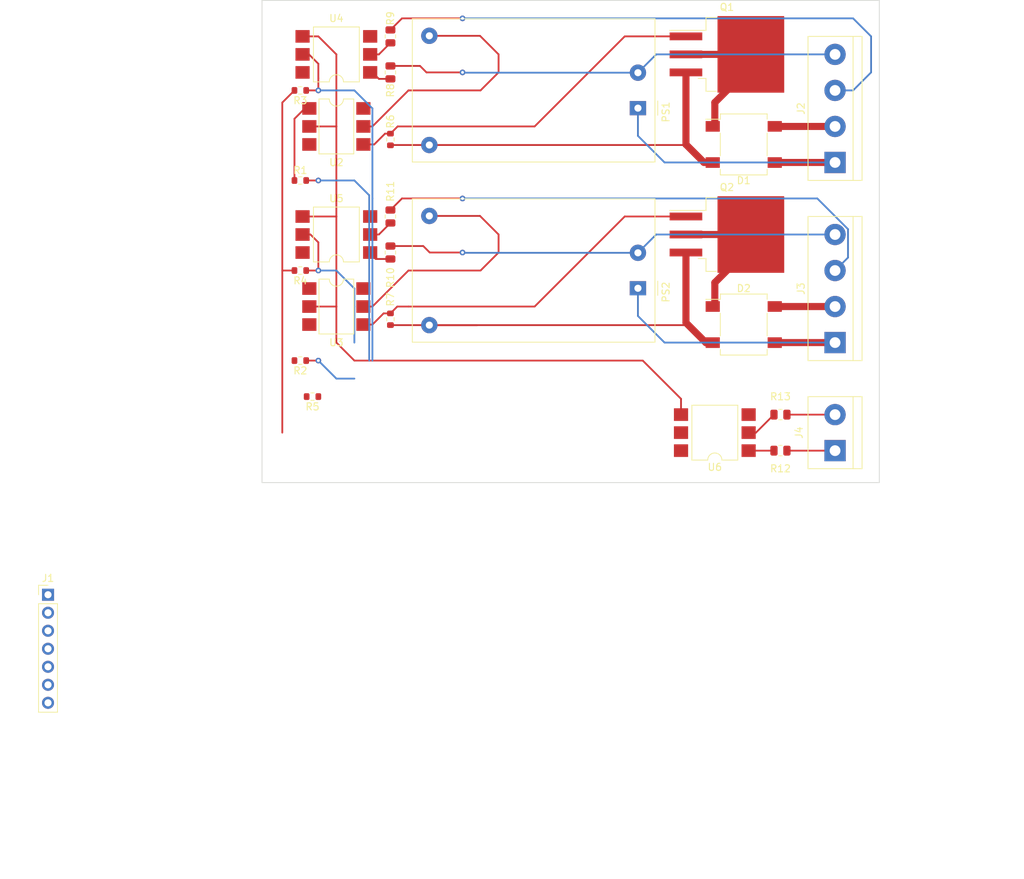
<source format=kicad_pcb>
(kicad_pcb (version 20211014) (generator pcbnew)
  (layers (0 "F.Cu" signal) (31 "B.Cu" signal) (34 "B.Paste" user) (35 "F.Paste" user) (36 "B.SilkS" user "B.Silkscreen") (37 "F.SilkS" user "F.Silkscreen") (38 "B.Mask" user) (39 "F.Mask" user) (44 "Edge.Cuts" user))
  (net 0 "")
  (net 1 "Net-(D1-Pad1)")
  (net 2 "Net-(D1-Pad2)")
  (net 3 "Net-(D1-Pad3)")
  (net 4 "Net-(D1-Pad4)")
  (net 5 "Net-(D2-Pad1)")
  (net 6 "Net-(D2-Pad2)")
  (net 7 "Net-(D2-Pad3)")
  (net 8 "Net-(D2-Pad4)")
  (net 9 "GND")
  (net 10 "Net-(J3-Pad4)")
  (net 11 "Net-(J4-Pad1)")
  (net 12 "Net-(J4-Pad2)")
  (net 13 "Net-(PS1-Pad4)")
  (net 14 "Net-(PS2-Pad4)")
  (net 15 "Net-(Q1-Pad1)")
  (net 16 "Net-(Q2-Pad1)")
  (net 17 "Net-(R1-Pad1)")
  (net 18 "Net-(R1-Pad2)")
  (net 19 "Net-(R2-Pad1)")
  (net 20 "Net-(R2-Pad2)")
  (net 21 "Net-(R3-Pad1)")
  (net 22 "+3V3")
  (net 23 "Net-(R4-Pad1)")
  (net 24 "Net-(R5-Pad1)")
  (net 25 "Net-(R8-Pad2)")
  (net 26 "Net-(R9-Pad2)")
  (net 27 "Net-(R10-Pad2)")
  (net 28 "Net-(R11-Pad2)")
  (net 29 "Net-(R12-Pad2)")
  (net 30 "Net-(R13-Pad2)")
  (net 41 "Net-(R9-Pad1)")
  (net 42 "Net-(R8-Pad1)")
  (net 43 "Net-(R11-Pad1)")
  (footprint "Package_DIP:SMDIP-6_W9.53mm" (layer "F.Cu") (at 116.84 83.82 180)
    (fp_text reference "U5" (at 0 5.08) (layer "F.SilkS"))
    (fp_text value "H11AA1")
    (fp_line (start 3.235 -3.87) (end 1 -3.87) (layer "F.SilkS") (width 0.12))
    (fp_line (start -3.235 3.87) (end 3.235 3.87) (layer "F.SilkS") (width 0.12))
    (fp_line (start -1 -3.87) (end -3.235 -3.87) (layer "F.SilkS") (width 0.12))
    (fp_line (start -3.235 -3.87) (end -3.235 3.87) (layer "F.SilkS") (width 0.12))
    (fp_line (start 3.235 3.87) (end 3.235 -3.87) (layer "F.SilkS") (width 0.12))
    (fp_arc (start 1 -3.87) (mid 0 -2.87) (end -1 -3.87) (layer "F.SilkS") (width 0.12))
    (pad "1" smd rect locked (at -4.765 -2.54 180) (size 2 1.78) (layers "F.Cu" "F.Paste" "F.Mask") (net 27 "Net-(R10-Pad2)"))
    (pad "2" smd rect locked (at -4.765 0 180) (size 2 1.78) (layers "F.Cu" "F.Paste" "F.Mask") (net 28 "Net-(R11-Pad2)"))
    (pad "3" smd rect locked (at -4.765 2.54 180) (size 2 1.78) (layers "F.Cu" "F.Paste" "F.Mask"))
    (pad "4" smd rect locked (at 4.765 2.54 180) (size 2 1.78) (layers "F.Cu" "F.Paste" "F.Mask") (net 9 "GND"))
    (pad "5" smd rect locked (at 4.765 0 180) (size 2 1.78) (layers "F.Cu" "F.Paste" "F.Mask") (net 23 "Net-(R4-Pad1)"))
    (pad "6" smd rect locked (at 4.765 -2.54 180) (size 2 1.78) (layers "F.Cu" "F.Paste" "F.Mask"))
  )
  (footprint "Resistor_SMD:R_0603_1608Metric" (layer "F.Cu") (at 124.46 70.42 -90)
    (fp_text reference "R6" (at -2.54 0 90) (layer "F.SilkS"))
    (fp_text value "22KΩ")
    (fp_line (start -0.237258 -0.5225) (end 0.237258 -0.5225) (layer "F.SilkS") (width 0.12))
    (fp_line (start -0.237258 0.5225) (end 0.237258 0.5225) (layer "F.SilkS") (width 0.12))
    (pad "1" smd roundrect locked (at -0.825 0 270) (size 0.8 0.95) (layers "F.Cu" "F.Paste" "F.Mask") (net 15 "Net-(Q1-Pad1)"))
    (pad "2" smd roundrect locked (at 0.825 0 270) (size 0.8 0.95) (layers "F.Cu" "F.Paste" "F.Mask") (net 2 "Net-(D1-Pad2)"))
  )
  (footprint "TerminalBlock:TerminalBlock_bornier-4_P5.08mm" (layer "F.Cu") (at 187.125 99.06 90)
    (fp_text reference "J3" (at 7.6 -4.8 90) (layer "F.SilkS"))
    (fp_text value "Screw_Terminal_01x04")
    (fp_line (start -2.54 -3.81) (end 17.78 -3.81) (layer "F.SilkS") (width 0.12))
    (fp_line (start 17.78 2.54) (end -2.54 2.54) (layer "F.SilkS") (width 0.12))
    (fp_line (start -2.54 -3.81) (end -2.54 3.81) (layer "F.SilkS") (width 0.12))
    (fp_line (start -2.54 3.81) (end 17.78 3.81) (layer "F.SilkS") (width 0.12))
    (fp_line (start 17.78 3.81) (end 17.78 -3.81) (layer "F.SilkS") (width 0.12))
    (pad "1" thru_hole rect locked (at 0 0 90) (size 3 3) (drill 1.52) (layers *.Cu *.Mask) (net 7 "Net-(D2-Pad3)"))
    (pad "2" thru_hole circle locked (at 5.08 0 90) (size 3 3) (drill 1.52) (layers *.Cu *.Mask) (net 8 "Net-(D2-Pad4)"))
    (pad "3" thru_hole circle locked (at 10.16 0 90) (size 3 3) (drill 1.52) (layers *.Cu *.Mask) (net 43 "Net-(R11-Pad1)"))
    (pad "4" thru_hole circle locked (at 15.24 0 90) (size 3 3) (drill 1.52) (layers *.Cu *.Mask) (net 10 "Net-(J3-Pad4)"))
  )
  (footprint "Converter_ACDC:Converter_ACDC_HiLink_HLK-PMxx" (layer "F.Cu") (at 159.3425 91.4 180)
    (fp_text reference "PS2" (at -3.94 -0.55 90) (layer "F.SilkS"))
    (fp_text value "HLK-PM12")
    (fp_line (start 31.8 -7.6) (end -2.4 -7.6) (layer "F.SilkS") (width 0.12))
    (fp_line (start 31.8 12.6) (end 31.8 -7.6) (layer "F.SilkS") (width 0.12))
    (fp_line (start -2.4 12.6) (end 31.8 12.6) (layer "F.SilkS") (width 0.12))
    (fp_line (start -2.79 -1) (end -2.79 1.01) (layer "F.SilkS") (width 0.12))
    (fp_line (start -2.4 -7.6) (end -2.4 12.6) (layer "F.SilkS") (width 0.12))
    (pad "1" thru_hole rect locked (at 0 0 180) (size 2.3 2) (drill 1) (layers *.Cu *.Mask) (net 7 "Net-(D2-Pad3)"))
    (pad "2" thru_hole circle locked (at 0 5 180) (size 2.3 2.3) (drill 1) (layers *.Cu *.Mask) (net 10 "Net-(J3-Pad4)"))
    (pad "3" thru_hole circle locked (at 29.4 -5.2 180) (size 2.3 2.3) (drill 1) (layers *.Cu *.Mask) (net 6 "Net-(D2-Pad2)"))
    (pad "4" thru_hole circle locked (at 29.4 10.2 180) (size 2.3 2.3) (drill 1) (layers *.Cu *.Mask) (net 14 "Net-(PS2-Pad4)"))
  )
  (footprint "Resistor_SMD:R_0603_1608Metric" (layer "F.Cu") (at 113.475 106.68 180)
    (fp_text reference "R5" (at 0 -1.43) (layer "F.SilkS"))
    (fp_text value "10KΩ")
    (fp_line (start -0.237258 -0.5225) (end 0.237258 -0.5225) (layer "F.SilkS") (width 0.12))
    (fp_line (start -0.237258 0.5225) (end 0.237258 0.5225) (layer "F.SilkS") (width 0.12))
    (pad "1" smd roundrect locked (at -0.825 0 180) (size 0.8 0.95) (layers "F.Cu" "F.Paste" "F.Mask") (net 24 "Net-(R5-Pad1)"))
    (pad "2" smd roundrect locked (at 0.825 0 180) (size 0.8 0.95) (layers "F.Cu" "F.Paste" "F.Mask") (net 22 "+3V3"))
  )
  (footprint "Resistor_SMD:R_0805_2012Metric" (layer "F.Cu") (at 179.4275 114.3 180)
    (fp_text reference "R12" (at 0 -2.54) (layer "F.SilkS"))
    (fp_text value "33KΩ/0.5W")
    (fp_line (start -0.227064 -0.735) (end 0.227064 -0.735) (layer "F.SilkS") (width 0.12))
    (fp_line (start -0.227064 0.735) (end 0.227064 0.735) (layer "F.SilkS") (width 0.12))
    (pad "1" smd roundrect locked (at -0.9125 0 180) (size 1.025 1.4) (layers "F.Cu" "F.Paste" "F.Mask") (roundrect_rratio 0.243902) (net 11 "Net-(J4-Pad1)"))
    (pad "2" smd roundrect locked (at 0.9125 0 180) (size 1.025 1.4) (layers "F.Cu" "F.Paste" "F.Mask") (roundrect_rratio 0.243902) (net 29 "Net-(R12-Pad2)"))
  )
  (footprint "Resistor_SMD:R_0603_1608Metric" (layer "F.Cu") (at 124.46 95.77 -90)
    (fp_text reference "R7" (at -2.79 0 90) (layer "F.SilkS"))
    (fp_text value "22KΩ")
    (fp_line (start -0.237258 0.5225) (end 0.237258 0.5225) (layer "F.SilkS") (width 0.12))
    (fp_line (start -0.237258 -0.5225) (end 0.237258 -0.5225) (layer "F.SilkS") (width 0.12))
    (pad "1" smd roundrect locked (at -0.825 0 270) (size 0.8 0.95) (layers "F.Cu" "F.Paste" "F.Mask") (net 16 "Net-(Q2-Pad1)"))
    (pad "2" smd roundrect locked (at 0.825 0 270) (size 0.8 0.95) (layers "F.Cu" "F.Paste" "F.Mask") (net 6 "Net-(D2-Pad2)"))
  )
  (footprint "Resistor_SMD:R_0603_1608Metric" (layer "F.Cu") (at 111.76 76.2)
    (fp_text reference "R1" (at 0 -1.43) (layer "F.SilkS"))
    (fp_text value "330Ω")
    (fp_line (start -0.237258 -0.5225) (end 0.237258 -0.5225) (layer "F.SilkS") (width 0.12))
    (fp_line (start -0.237258 0.5225) (end 0.237258 0.5225) (layer "F.SilkS") (width 0.12))
    (pad "1" smd roundrect locked (at -0.825 0) (size 0.8 0.95) (layers "F.Cu" "F.Paste" "F.Mask") (net 17 "Net-(R1-Pad1)"))
    (pad "2" smd roundrect locked (at 0.825 0) (size 0.8 0.95) (layers "F.Cu" "F.Paste" "F.Mask") (net 18 "Net-(R1-Pad2)"))
  )
  (footprint "Resistor_SMD:R_0603_1608Metric" (layer "F.Cu") (at 111.76 88.9 180)
    (fp_text reference "R4" (at 0 -1.43) (layer "F.SilkS"))
    (fp_text value "10KΩ")
    (fp_line (start -0.237258 -0.5225) (end 0.237258 -0.5225) (layer "F.SilkS") (width 0.12))
    (fp_line (start -0.237258 0.5225) (end 0.237258 0.5225) (layer "F.SilkS") (width 0.12))
    (pad "1" smd roundrect locked (at -0.825 0 180) (size 0.8 0.95) (layers "F.Cu" "F.Paste" "F.Mask") (net 23 "Net-(R4-Pad1)"))
    (pad "2" smd roundrect locked (at 0.825 0 180) (size 0.8 0.95) (layers "F.Cu" "F.Paste" "F.Mask") (net 22 "+3V3"))
  )
  (footprint "Resistor_SMD:R_0603_1608Metric" (layer "F.Cu") (at 111.76 63.5 180)
    (fp_text reference "R3" (at 0 -1.43) (layer "F.SilkS"))
    (fp_text value "10KΩ")
    (fp_line (start -0.237258 0.5225) (end 0.237258 0.5225) (layer "F.SilkS") (width 0.12))
    (fp_line (start -0.237258 -0.5225) (end 0.237258 -0.5225) (layer "F.SilkS") (width 0.12))
    (pad "1" smd roundrect locked (at -0.825 0 180) (size 0.8 0.95) (layers "F.Cu" "F.Paste" "F.Mask") (net 21 "Net-(R3-Pad1)"))
    (pad "2" smd roundrect locked (at 0.825 0 180) (size 0.8 0.95) (layers "F.Cu" "F.Paste" "F.Mask") (net 22 "+3V3"))
  )
  (footprint "Resistor_SMD:R_0805_2012Metric" (layer "F.Cu") (at 124.46 86.36 -90)
    (fp_text reference "R10" (at 3.54 0 90) (layer "F.SilkS"))
    (fp_text value "33KΩ/0.5W")
    (fp_line (start -0.227064 0.735) (end 0.227064 0.735) (layer "F.SilkS") (width 0.12))
    (fp_line (start -0.227064 -0.735) (end 0.227064 -0.735) (layer "F.SilkS") (width 0.12))
    (pad "1" smd roundrect locked (at -0.9125 0 270) (size 1.025 1.4) (layers "F.Cu" "F.Paste" "F.Mask") (roundrect_rratio 0.243902) (net 10 "Net-(J3-Pad4)"))
    (pad "2" smd roundrect locked (at 0.9125 0 270) (size 1.025 1.4) (layers "F.Cu" "F.Paste" "F.Mask") (roundrect_rratio 0.243902) (net 27 "Net-(R10-Pad2)"))
  )
  (footprint "Resistor_SMD:R_0805_2012Metric" (layer "F.Cu") (at 124.46 60.96 -90)
    (fp_text reference "R8" (at 2.54 0 -270) (layer "F.SilkS"))
    (fp_text value "33KΩ/0.5W")
    (fp_line (start -0.227064 -0.735) (end 0.227064 -0.735) (layer "F.SilkS") (width 0.12))
    (fp_line (start -0.227064 0.735) (end 0.227064 0.735) (layer "F.SilkS") (width 0.12))
    (pad "1" smd roundrect locked (at -0.9125 0 270) (size 1.025 1.4) (layers "F.Cu" "F.Paste" "F.Mask") (roundrect_rratio 0.243902) (net 42 "Net-(R8-Pad1)"))
    (pad "2" smd roundrect locked (at 0.9125 0 270) (size 1.025 1.4) (layers "F.Cu" "F.Paste" "F.Mask") (roundrect_rratio 0.243902) (net 25 "Net-(R8-Pad2)"))
  )
  (footprint "Connector_PinHeader_2.54mm:PinHeader_1x07_P2.54mm_Vertical" (layer "F.Cu") (at 76.2 134.62)
    (fp_text reference "J1" (at 0 -2.33) (layer "F.SilkS"))
    (fp_text value "Conn_01x07_Male")
    (fp_line (start -1.33 1.27) (end 1.33 1.27) (layer "F.SilkS") (width 0.12))
    (fp_line (start -1.33 1.27) (end -1.33 16.57) (layer "F.SilkS") (width 0.12))
    (fp_line (start -1.33 -1.33) (end 0 -1.33) (layer "F.SilkS") (width 0.12))
    (fp_line (start -1.33 0) (end -1.33 -1.33) (layer "F.SilkS") (width 0.12))
    (fp_line (start 1.33 1.27) (end 1.33 16.57) (layer "F.SilkS") (width 0.12))
    (fp_line (start -1.33 16.57) (end 1.33 16.57) (layer "F.SilkS") (width 0.12))
    (pad "1" thru_hole rect locked (at 0 0) (size 1.7 1.7) (drill 1) (layers *.Cu *.Mask) (net 22 "+3V3"))
    (pad "2" thru_hole oval locked (at 0 2.54) (size 1.7 1.7) (drill 1) (layers *.Cu *.Mask) (net 9 "GND"))
    (pad "3" thru_hole oval locked (at 0 5.08) (size 1.7 1.7) (drill 1) (layers *.Cu *.Mask) (net 18 "Net-(R1-Pad2)"))
    (pad "4" thru_hole oval locked (at 0 7.62) (size 1.7 1.7) (drill 1) (layers *.Cu *.Mask) (net 21 "Net-(R3-Pad1)"))
    (pad "5" thru_hole oval locked (at 0 10.16) (size 1.7 1.7) (drill 1) (layers *.Cu *.Mask) (net 20 "Net-(R2-Pad2)"))
    (pad "6" thru_hole oval locked (at 0 12.7) (size 1.7 1.7) (drill 1) (layers *.Cu *.Mask) (net 23 "Net-(R4-Pad1)"))
    (pad "7" thru_hole oval locked (at 0 15.24) (size 1.7 1.7) (drill 1) (layers *.Cu *.Mask) (net 24 "Net-(R5-Pad1)"))
  )
  (footprint "Package_DIP:SMDIP-6_W7.62mm" (layer "F.Cu") (at 116.84 68.58)
    (fp_text reference "U2" (at 0 5.08) (layer "F.SilkS"))
    (fp_text value "4N35")
    (fp_line (start -1 -3.87) (end -2.45 -3.87) (layer "F.SilkS") (width 0.12))
    (fp_line (start 2.45 -3.87) (end 1 -3.87) (layer "F.SilkS") (width 0.12))
    (fp_line (start -2.45 -3.87) (end -2.45 3.87) (layer "F.SilkS") (width 0.12))
    (fp_line (start -2.45 3.87) (end 2.45 3.87) (layer "F.SilkS") (width 0.12))
    (fp_line (start 2.45 3.87) (end 2.45 -3.87) (layer "F.SilkS") (width 0.12))
    (fp_arc (start 1 -3.87) (mid 0 -2.87) (end -1 -3.87) (layer "F.SilkS") (width 0.12))
    (pad "1" smd rect locked (at -3.81 -2.54) (size 2 1.78) (layers "F.Cu" "F.Paste" "F.Mask") (net 17 "Net-(R1-Pad1)"))
    (pad "2" smd rect locked (at -3.81 0) (size 2 1.78) (layers "F.Cu" "F.Paste" "F.Mask") (net 9 "GND"))
    (pad "3" smd rect locked (at -3.81 2.54) (size 2 1.78) (layers "F.Cu" "F.Paste" "F.Mask"))
    (pad "4" smd rect locked (at 3.81 2.54) (size 2 1.78) (layers "F.Cu" "F.Paste" "F.Mask") (net 15 "Net-(Q1-Pad1)"))
    (pad "5" smd rect locked (at 3.81 0) (size 2 1.78) (layers "F.Cu" "F.Paste" "F.Mask") (net 13 "Net-(PS1-Pad4)"))
    (pad "6" smd rect locked (at 3.81 -2.54) (size 2 1.78) (layers "F.Cu" "F.Paste" "F.Mask"))
  )
  (footprint "Package_DIP:SMDIP-6_W9.53mm" (layer "F.Cu") (at 116.84 58.42 180)
    (fp_text reference "U4" (at 0 5.08) (layer "F.SilkS"))
    (fp_text value "H11AA1")
    (fp_line (start 3.235 -3.87) (end 1 -3.87) (layer "F.SilkS") (width 0.12))
    (fp_line (start -3.235 3.87) (end 3.235 3.87) (layer "F.SilkS") (width 0.12))
    (fp_line (start 3.235 3.87) (end 3.235 -3.87) (layer "F.SilkS") (width 0.12))
    (fp_line (start -3.235 -3.87) (end -3.235 3.87) (layer "F.SilkS") (width 0.12))
    (fp_line (start -1 -3.87) (end -3.235 -3.87) (layer "F.SilkS") (width 0.12))
    (fp_arc (start 1 -3.87) (mid 0 -2.87) (end -1 -3.87) (layer "F.SilkS") (width 0.12))
    (pad "1" smd rect locked (at -4.765 -2.54 180) (size 2 1.78) (layers "F.Cu" "F.Paste" "F.Mask") (net 25 "Net-(R8-Pad2)"))
    (pad "2" smd rect locked (at -4.765 0 180) (size 2 1.78) (layers "F.Cu" "F.Paste" "F.Mask") (net 26 "Net-(R9-Pad2)"))
    (pad "3" smd rect locked (at -4.765 2.54 180) (size 2 1.78) (layers "F.Cu" "F.Paste" "F.Mask"))
    (pad "4" smd rect locked (at 4.765 2.54 180) (size 2 1.78) (layers "F.Cu" "F.Paste" "F.Mask") (net 9 "GND"))
    (pad "5" smd rect locked (at 4.765 0 180) (size 2 1.78) (layers "F.Cu" "F.Paste" "F.Mask") (net 21 "Net-(R3-Pad1)"))
    (pad "6" smd rect locked (at 4.765 -2.54 180) (size 2 1.78) (layers "F.Cu" "F.Paste" "F.Mask"))
  )
  (footprint "Package_DIP:SMDIP-6_W7.62mm" (layer "F.Cu") (at 116.84 93.98)
    (fp_text reference "U3" (at 0 5.08) (layer "F.SilkS"))
    (fp_text value "4N35")
    (fp_line (start -2.45 3.87) (end 2.45 3.87) (layer "F.SilkS") (width 0.12))
    (fp_line (start 2.45 -3.87) (end 1 -3.87) (layer "F.SilkS") (width 0.12))
    (fp_line (start -1 -3.87) (end -2.45 -3.87) (layer "F.SilkS") (width 0.12))
    (fp_line (start -2.45 -3.87) (end -2.45 3.87) (layer "F.SilkS") (width 0.12))
    (fp_line (start 2.45 3.87) (end 2.45 -3.87) (layer "F.SilkS") (width 0.12))
    (fp_arc (start 1 -3.87) (mid 0 -2.87) (end -1 -3.87) (layer "F.SilkS") (width 0.12))
    (pad "1" smd rect locked (at -3.81 -2.54) (size 2 1.78) (layers "F.Cu" "F.Paste" "F.Mask") (net 19 "Net-(R2-Pad1)"))
    (pad "2" smd rect locked (at -3.81 0) (size 2 1.78) (layers "F.Cu" "F.Paste" "F.Mask") (net 9 "GND"))
    (pad "3" smd rect locked (at -3.81 2.54) (size 2 1.78) (layers "F.Cu" "F.Paste" "F.Mask"))
    (pad "4" smd rect locked (at 3.81 2.54) (size 2 1.78) (layers "F.Cu" "F.Paste" "F.Mask") (net 16 "Net-(Q2-Pad1)"))
    (pad "5" smd rect locked (at 3.81 0) (size 2 1.78) (layers "F.Cu" "F.Paste" "F.Mask") (net 14 "Net-(PS2-Pad4)"))
    (pad "6" smd rect locked (at 3.81 -2.54) (size 2 1.78) (layers "F.Cu" "F.Paste" "F.Mask"))
  )
  (footprint "TerminalBlock:TerminalBlock_bornier-2_P5.08mm" (layer "F.Cu") (at 187.125 114.3 90)
    (fp_text reference "J4" (at 2.54 -5.08 90) (layer "F.SilkS"))
    (fp_text value "Screw_Terminal_01x02")
    (fp_line (start -2.54 3.81) (end 7.62 3.81) (layer "F.SilkS") (width 0.12))
    (fp_line (start -2.54 -3.81) (end -2.54 3.81) (layer "F.SilkS") (width 0.12))
    (fp_line (start 7.62 3.81) (end 7.62 -3.81) (layer "F.SilkS") (width 0.12))
    (fp_line (start 7.62 2.54) (end -2.54 2.54) (layer "F.SilkS") (width 0.12))
    (fp_line (start 7.62 -3.81) (end -2.54 -3.81) (layer "F.SilkS") (width 0.12))
    (pad "1" thru_hole rect locked (at 0 0 90) (size 3 3) (drill 1.52) (layers *.Cu *.Mask) (net 11 "Net-(J4-Pad1)"))
    (pad "2" thru_hole circle locked (at 5.08 0 90) (size 3 3) (drill 1.52) (layers *.Cu *.Mask) (net 12 "Net-(J4-Pad2)"))
  )
  (footprint "Converter_ACDC:Converter_ACDC_HiLink_HLK-PMxx" (layer "F.Cu") (at 159.3425 66 180)
    (fp_text reference "PS1" (at -3.94 -0.55 90) (layer "F.SilkS"))
    (fp_text value "HLK-PM12")
    (fp_line (start -2.4 -7.6) (end -2.4 12.6) (layer "F.SilkS") (width 0.12))
    (fp_line (start 31.8 -7.6) (end -2.4 -7.6) (layer "F.SilkS") (width 0.12))
    (fp_line (start 31.8 12.6) (end 31.8 -7.6) (layer "F.SilkS") (width 0.12))
    (fp_line (start -2.4 12.6) (end 31.8 12.6) (layer "F.SilkS") (width 0.12))
    (fp_line (start -2.79 -1) (end -2.79 1.01) (layer "F.SilkS") (width 0.12))
    (pad "1" thru_hole rect locked (at 0 0 180) (size 2.3 2) (drill 1) (layers *.Cu *.Mask) (net 3 "Net-(D1-Pad3)"))
    (pad "2" thru_hole circle locked (at 0 5 180) (size 2.3 2.3) (drill 1) (layers *.Cu *.Mask) (net 42 "Net-(R8-Pad1)"))
    (pad "3" thru_hole circle locked (at 29.4 -5.2 180) (size 2.3 2.3) (drill 1) (layers *.Cu *.Mask) (net 2 "Net-(D1-Pad2)"))
    (pad "4" thru_hole circle locked (at 29.4 10.2 180) (size 2.3 2.3) (drill 1) (layers *.Cu *.Mask) (net 13 "Net-(PS1-Pad4)"))
  )
  (footprint "Diode_SMD:Diode_Bridge_Diotec_SO-DIL-Slim" (layer "F.Cu") (at 174.255 71.12)
    (fp_text reference "D1" (at 0 5.08) (layer "F.SilkS"))
    (fp_text value "4* 1N5408")
    (fp_line (start -3.3 3.5) (end -3.3 4.3) (layer "F.SilkS") (width 0.12))
    (fp_line (start -3.302 -3.556) (end -5.334 -3.556) (layer "F.SilkS") (width 0.12))
    (fp_line (start 3.3 4.3) (end 3.3 3.5) (layer "F.SilkS") (width 0.12))
    (fp_line (start -3.3 -4.3) (end 3.3 -4.3) (layer "F.SilkS") (width 0.12))
    (fp_line (start -3.3 4.3) (end 3.3 4.3) (layer "F.SilkS") (width 0.12))
    (fp_line (start 3.302 -4.318) (end 3.302 -4.318) (layer "F.SilkS") (width 0.12))
    (fp_line (start 3.302 -3.556) (end 3.302 -4.318) (layer "F.SilkS") (width 0.12))
    (fp_line (start -5.334 -3.556) (end -5.334 -3.556) (layer "F.SilkS") (width 0.12))
    (fp_line (start -3.3 -1.6) (end -3.3 1.6) (layer "F.SilkS") (width 0.12))
    (fp_line (start 3.3 -1.6) (end 3.3 1.6) (layer "F.SilkS") (width 0.12))
    (fp_line (start -3.302 -4.318) (end -3.302 -3.556) (layer "F.SilkS") (width 0.12))
    (pad "1" smd rect locked (at -4.37 -2.55) (size 2 1.5) (layers "F.Cu" "F.Paste" "F.Mask") (net 1 "Net-(D1-Pad1)"))
    (pad "2" smd rect locked (at -4.37 2.55) (size 2 1.5) (layers "F.Cu" "F.Paste" "F.Mask") (net 2 "Net-(D1-Pad2)"))
    (pad "3" smd rect locked (at 4.37 2.55) (size 2 1.5) (layers "F.Cu" "F.Paste" "F.Mask") (net 3 "Net-(D1-Pad3)"))
    (pad "4" smd rect locked (at 4.37 -2.55) (size 2 1.5) (layers "F.Cu" "F.Paste" "F.Mask") (net 4 "Net-(D1-Pad4)"))
  )
  (footprint "Resistor_SMD:R_0805_2012Metric" (layer "F.Cu") (at 179.4275 109.22 180)
    (fp_text reference "R13" (at 0 2.54) (layer "F.SilkS"))
    (fp_text value "33KΩ/0.5W")
    (fp_line (start -0.227064 -0.735) (end 0.227064 -0.735) (layer "F.SilkS") (width 0.12))
    (fp_line (start -0.227064 0.735) (end 0.227064 0.735) (layer "F.SilkS") (width 0.12))
    (pad "1" smd roundrect locked (at -0.9125 0 180) (size 1.025 1.4) (layers "F.Cu" "F.Paste" "F.Mask") (roundrect_rratio 0.243902) (net 12 "Net-(J4-Pad2)"))
    (pad "2" smd roundrect locked (at 0.9125 0 180) (size 1.025 1.4) (layers "F.Cu" "F.Paste" "F.Mask") (roundrect_rratio 0.243902) (net 30 "Net-(R13-Pad2)"))
  )
  (footprint "Package_DIP:SMDIP-6_W9.53mm" (layer "F.Cu") (at 170.18 111.76 180)
    (fp_text reference "U6" (at 0 -4.87) (layer "F.SilkS"))
    (fp_text value "H11AA1")
    (fp_line (start -1 -3.87) (end -3.235 -3.87) (layer "F.SilkS") (width 0.12))
    (fp_line (start 3.235 -3.87) (end 1 -3.87) (layer "F.SilkS") (width 0.12))
    (fp_line (start 3.235 3.87) (end 3.235 -3.87) (layer "F.SilkS") (width 0.12))
    (fp_line (start -3.235 3.87) (end 3.235 3.87) (layer "F.SilkS") (width 0.12))
    (fp_line (start -3.235 -3.87) (end -3.235 3.87) (layer "F.SilkS") (width 0.12))
    (fp_arc (start 1 -3.87) (mid 0 -2.87) (end -1 -3.87) (layer "F.SilkS") (width 0.12))
    (pad "1" smd rect locked (at -4.765 -2.54 180) (size 2 1.78) (layers "F.Cu" "F.Paste" "F.Mask") (net 29 "Net-(R12-Pad2)"))
    (pad "2" smd rect locked (at -4.765 0 180) (size 2 1.78) (layers "F.Cu" "F.Paste" "F.Mask") (net 30 "Net-(R13-Pad2)"))
    (pad "3" smd rect locked (at -4.765 2.54 180) (size 2 1.78) (layers "F.Cu" "F.Paste" "F.Mask"))
    (pad "4" smd rect locked (at 4.765 2.54 180) (size 2 1.78) (layers "F.Cu" "F.Paste" "F.Mask") (net 9 "GND"))
    (pad "5" smd rect locked (at 4.765 0 180) (size 2 1.78) (layers "F.Cu" "F.Paste" "F.Mask") (net 24 "Net-(R5-Pad1)"))
    (pad "6" smd rect locked (at 4.765 -2.54 180) (size 2 1.78) (layers "F.Cu" "F.Paste" "F.Mask"))
  )
  (footprint "Package_TO_SOT_SMD:TO-263-3_TabPin2" (layer "F.Cu") (at 171.885 83.82)
    (fp_text reference "Q2" (at 0 -6.65) (layer "F.SilkS"))
    (fp_text value "IRF830")
    (fp_line (start -2.95 -5.2) (end -2.95 -3.39) (layer "F.SilkS") (width 0.12))
    (fp_line (start -1.45 -5.2) (end -2.95 -5.2) (layer "F.SilkS") (width 0.12))
    (fp_line (start -2.95 5.2) (end -2.95 3.39) (layer "F.SilkS") (width 0.12))
    (fp_line (start -2.95 3.39) (end -4.05 3.39) (layer "F.SilkS") (width 0.12))
    (fp_line (start -1.45 5.2) (end -2.95 5.2) (layer "F.SilkS") (width 0.12))
    (fp_line (start -2.95 -3.39) (end -8.075 -3.39) (layer "F.SilkS") (width 0.12))
    (pad "1" smd rect locked (at -5.775 -2.54) (size 4.6 1.1) (layers "F.Cu" "F.Paste" "F.Mask") (net 16 "Net-(Q2-Pad1)"))
    (pad "2" smd rect locked (at 3.375 0) (size 9.4 10.8) (layers "F.Cu" "F.Mask") (net 5 "Net-(D2-Pad1)"))
    (pad "2" smd rect locked (at -5.775 0) (size 4.6 1.1) (layers "F.Cu" "F.Paste" "F.Mask") (net 5 "Net-(D2-Pad1)"))
    (pad "3" smd rect locked (at -5.775 2.54) (size 4.6 1.1) (layers "F.Cu" "F.Paste" "F.Mask") (net 6 "Net-(D2-Pad2)"))
  )
  (footprint "Diode_SMD:Diode_Bridge_Diotec_SO-DIL-Slim" (layer "F.Cu") (at 174.255 96.52)
    (fp_text reference "D2" (at 0 -5.1) (layer "F.SilkS"))
    (fp_text value "4* 1N5408")
    (fp_line (start -3.3 -1.6) (end -3.3 1.6) (layer "F.SilkS") (width 0.12))
    (fp_line (start -3.3 4.3) (end 3.3 4.3) (layer "F.SilkS") (width 0.12))
    (fp_line (start -3.3 3.5) (end -3.3 4.3) (layer "F.SilkS") (width 0.12))
    (fp_line (start 3.302 -3.556) (end 3.302 -4.318) (layer "F.SilkS") (width 0.12))
    (fp_line (start -3.3 -4.3) (end 3.3 -4.3) (layer "F.SilkS") (width 0.12))
    (fp_line (start 3.3 4.3) (end 3.3 3.5) (layer "F.SilkS") (width 0.12))
    (fp_line (start 3.3 -1.6) (end 3.3 1.6) (layer "F.SilkS") (width 0.12))
    (fp_line (start -5.334 -3.556) (end -5.334 -3.556) (layer "F.SilkS") (width 0.12))
    (fp_line (start -3.302 -3.556) (end -5.334 -3.556) (layer "F.SilkS") (width 0.12))
    (fp_line (start -3.302 -4.318) (end -3.302 -3.556) (layer "F.SilkS") (width 0.12))
    (fp_line (start 3.302 -4.318) (end 3.302 -4.318) (layer "F.SilkS") (width 0.12))
    (pad "1" smd rect locked (at -4.37 -2.55) (size 2 1.5) (layers "F.Cu" "F.Paste" "F.Mask") (net 5 "Net-(D2-Pad1)"))
    (pad "2" smd rect locked (at -4.37 2.55) (size 2 1.5) (layers "F.Cu" "F.Paste" "F.Mask") (net 6 "Net-(D2-Pad2)"))
    (pad "3" smd rect locked (at 4.37 2.55) (size 2 1.5) (layers "F.Cu" "F.Paste" "F.Mask") (net 7 "Net-(D2-Pad3)"))
    (pad "4" smd rect locked (at 4.37 -2.55) (size 2 1.5) (layers "F.Cu" "F.Paste" "F.Mask") (net 8 "Net-(D2-Pad4)"))
  )
  (footprint "TerminalBlock:TerminalBlock_bornier-4_P5.08mm" (layer "F.Cu") (at 187.125 73.66 90)
    (fp_text reference "J2" (at 7.6 -4.8 90) (layer "F.SilkS"))
    (fp_text value "Screw_Terminal_01x04")
    (fp_line (start -2.54 -3.81) (end 17.78 -3.81) (layer "F.SilkS") (width 0.12))
    (fp_line (start 17.78 3.81) (end 17.78 -3.81) (layer "F.SilkS") (width 0.12))
    (fp_line (start -2.54 -3.81) (end -2.54 3.81) (layer "F.SilkS") (width 0.12))
    (fp_line (start 17.78 2.54) (end -2.54 2.54) (layer "F.SilkS") (width 0.12))
    (fp_line (start -2.54 3.81) (end 17.78 3.81) (layer "F.SilkS") (width 0.12))
    (pad "1" thru_hole rect locked (at 0 0 90) (size 3 3) (drill 1.52) (layers *.Cu *.Mask) (net 3 "Net-(D1-Pad3)"))
    (pad "2" thru_hole circle locked (at 5.08 0 90) (size 3 3) (drill 1.52) (layers *.Cu *.Mask) (net 4 "Net-(D1-Pad4)"))
    (pad "3" thru_hole circle locked (at 10.16 0 90) (size 3 3) (drill 1.52) (layers *.Cu *.Mask) (net 41 "Net-(R9-Pad1)"))
    (pad "4" thru_hole circle locked (at 15.24 0 90) (size 3 3) (drill 1.52) (layers *.Cu *.Mask) (net 42 "Net-(R8-Pad1)"))
  )
  (footprint "Package_TO_SOT_SMD:TO-263-3_TabPin2" (layer "F.Cu") (at 171.885 58.42)
    (fp_text reference "Q1" (at 0 -6.65) (layer "F.SilkS"))
    (fp_text value "IRF830")
    (fp_line (start -2.95 5.2) (end -2.95 3.39) (layer "F.SilkS") (width 0.12))
    (fp_line (start -2.95 -3.39) (end -8.075 -3.39) (layer "F.SilkS") (width 0.12))
    (fp_line (start -1.45 5.2) (end -2.95 5.2) (layer "F.SilkS") (width 0.12))
    (fp_line (start -2.95 -5.2) (end -2.95 -3.39) (layer "F.SilkS") (width 0.12))
    (fp_line (start -1.45 -5.2) (end -2.95 -5.2) (layer "F.SilkS") (width 0.12))
    (fp_line (start -2.95 3.39) (end -4.05 3.39) (layer "F.SilkS") (width 0.12))
    (pad "1" smd rect locked (at -5.775 -2.54) (size 4.6 1.1) (layers "F.Cu" "F.Paste" "F.Mask") (net 15 "Net-(Q1-Pad1)"))
    (pad "2" smd rect locked (at -5.775 0) (size 4.6 1.1) (layers "F.Cu" "F.Paste" "F.Mask") (net 1 "Net-(D1-Pad1)"))
    (pad "2" smd rect locked (at 3.375 0) (size 9.4 10.8) (layers "F.Cu" "F.Mask") (net 1 "Net-(D1-Pad1)"))
    (pad "3" smd rect locked (at -5.775 2.54) (size 4.6 1.1) (layers "F.Cu" "F.Paste" "F.Mask") (net 2 "Net-(D1-Pad2)"))
  )
  (footprint "Resistor_SMD:R_0603_1608Metric" (layer "F.Cu") (at 111.76 101.6 180)
    (fp_text reference "R2" (at 0 -1.43) (layer "F.SilkS"))
    (fp_text value "330Ω")
    (fp_line (start -0.237258 -0.5225) (end 0.237258 -0.5225) (layer "F.SilkS") (width 0.12))
    (fp_line (start -0.237258 0.5225) (end 0.237258 0.5225) (layer "F.SilkS") (width 0.12))
    (pad "1" smd roundrect locked (at -0.825 0 180) (size 0.8 0.95) (layers "F.Cu" "F.Paste" "F.Mask") (net 19 "Net-(R2-Pad1)"))
    (pad "2" smd roundrect locked (at 0.825 0 180) (size 0.8 0.95) (layers "F.Cu" "F.Paste" "F.Mask") (net 20 "Net-(R2-Pad2)"))
  )
  (footprint "Resistor_SMD:R_0805_2012Metric" (layer "F.Cu") (at 124.46 81.28 -90)
    (fp_text reference "R11" (at -3.54 0 90) (layer "F.SilkS"))
    (fp_text value "33KΩ/0.5W")
    (fp_line (start -0.227064 0.735) (end 0.227064 0.735) (layer "F.SilkS") (width 0.12))
    (fp_line (start -0.227064 -0.735) (end 0.227064 -0.735) (layer "F.SilkS") (width 0.12))
    (pad "1" smd roundrect locked (at -0.9125 0 270) (size 1.025 1.4) (layers "F.Cu" "F.Paste" "F.Mask") (roundrect_rratio 0.243902) (net 43 "Net-(R11-Pad1)"))
    (pad "2" smd roundrect locked (at 0.9125 0 270) (size 1.025 1.4) (layers "F.Cu" "F.Paste" "F.Mask") (roundrect_rratio 0.243902) (net 28 "Net-(R11-Pad2)"))
  )
  (footprint "Resistor_SMD:R_0805_2012Metric" (layer "F.Cu") (at 124.46 55.88 -90)
    (fp_text reference "R9" (at -2.54 0 90) (layer "F.SilkS"))
    (fp_text value "33KΩ/0.5W")
    (fp_line (start -0.227064 -0.735) (end 0.227064 -0.735) (layer "F.SilkS") (width 0.12))
    (fp_line (start -0.227064 0.735) (end 0.227064 0.735) (layer "F.SilkS") (width 0.12))
    (pad "1" smd roundrect locked (at -0.9125 0 270) (size 1.025 1.4) (layers "F.Cu" "F.Paste" "F.Mask") (roundrect_rratio 0.243902) (net 41 "Net-(R9-Pad1)"))
    (pad "2" smd roundrect locked (at 0.9125 0 270) (size 1.025 1.4) (layers "F.Cu" "F.Paste" "F.Mask") (roundrect_rratio 0.243902) (net 26 "Net-(R9-Pad2)"))
  )
  (gr_line locked (start 106.36 50.8) (end 193.36 50.8) (layer "Edge.Cuts") (width 0.1))
  (gr_line locked (start 106.36 118.8) (end 106.36 50.8) (layer "Edge.Cuts") (width 0.1))
  (gr_line locked (start 193.36 118.8) (end 193.36 50.8) (layer "Edge.Cuts") (width 0.1))
  (gr_line locked (start 106.36 118.8) (end 193.36 118.8) (layer "Edge.Cuts") (width 0.1))
  (segment (start 170.18 68.58) (end 170.18 65.205) (width 1) (layer "F.Cu") (net 1))
  (segment (start 175.26 60.125) (end 175.26 58.42) (width 0.25) (layer "F.Cu") (net 1))
  (segment (start 170.18 65.205) (end 175.26 60.125) (width 1) (layer "F.Cu") (net 1))
  (segment (start 166.11 58.42) (end 175.26 58.42) (width 1) (layer "F.Cu") (net 1))
  (segment (start 166.11 71.12) (end 166.11 60.96) (width 1) (layer "F.Cu") (net 2))
  (segment (start 168.65 73.66) (end 170.18 73.66) (width 1) (layer "F.Cu") (net 2))
  (segment (start 124.505 71.2) (end 129.9425 71.2) (width 0.25) (layer "F.Cu") (net 2))
  (segment (start 166.11 71.12) (end 166.03 71.2) (width 0.25) (layer "F.Cu") (net 2))
  (segment (start 166.03 71.2) (end 129.9425 71.2) (width 0.25) (layer "F.Cu") (net 2))
  (segment (start 124.46 71.245) (end 124.505 71.2) (width 0.25) (layer "F.Cu") (net 2))
  (segment (start 166.11 71.12) (end 168.65 73.66) (width 1) (layer "F.Cu") (net 2))
  (segment (start 170.18 73.66) (end 170.17 73.67) (width 0.25) (layer "F.Cu") (net 2))
  (segment (start 167.64 60.96) (end 166.11 60.96) (width 0.25) (layer "F.Cu") (net 2))
  (segment (start 178.635 73.66) (end 178.625 73.67) (width 1) (layer "F.Cu") (net 3))
  (segment (start 187.125 73.66) (end 178.635 73.66) (width 1) (layer "F.Cu") (net 3))
  (segment (start 163.09375 73.66) (end 187.125 73.66) (width 0.25) (layer "B.Cu") (net 3))
  (segment (start 159.3425 66) (end 159.3425 69.90875) (width 0.25) (layer "B.Cu") (net 3))
  (segment (start 159.3425 69.90875) (end 163.09375 73.66) (width 0.25) (layer "B.Cu") (net 3))
  (segment (start 187.115 68.57) (end 187.125 68.58) (width 0.25) (layer "F.Cu") (net 4))
  (segment (start 187.125 68.58) (end 178.635 68.58) (width 1) (layer "F.Cu") (net 4))
  (segment (start 178.635 68.58) (end 178.625 68.57) (width 1) (layer "F.Cu") (net 4))
  (segment (start 170.18 90.605) (end 175.26 85.525) (width 1) (layer "F.Cu") (net 5))
  (segment (start 175.26 85.525) (end 175.26 83.82) (width 0.25) (layer "F.Cu") (net 5))
  (segment (start 166.11 83.82) (end 175.26 83.82) (width 1) (layer "F.Cu") (net 5))
  (segment (start 170.18 93.98) (end 170.18 90.605) (width 1) (layer "F.Cu") (net 5))
  (segment (start 168.92 99.07) (end 169.885 99.07) (width 1) (layer "F.Cu") (net 6))
  (segment (start 129.9425 96.6) (end 165.77 96.6) (width 0.25) (layer "F.Cu") (net 6))
  (segment (start 166.11 96.26) (end 168.92 99.07) (width 1) (layer "F.Cu") (net 6))
  (segment (start 124.465 96.6) (end 124.46 96.595) (width 0.25) (layer "F.Cu") (net 6))
  (segment (start 166.11 86.36) (end 166.11 96.26) (width 1) (layer "F.Cu") (net 6))
  (segment (start 165.77 96.6) (end 166.11 96.26) (width 0.25) (layer "F.Cu") (net 6))
  (segment (start 136.6575 96.6) (end 124.465 96.6) (width 0.25) (layer "F.Cu") (net 6))
  (segment (start 187.125 99.06) (end 179.64 99.06) (width 1) (layer "F.Cu") (net 7))
  (segment (start 187.125 99.06) (end 163.09375 99.06) (width 0.25) (layer "B.Cu") (net 7))
  (segment (start 163.09375 99.06) (end 159.3425 95.30875) (width 0.25) (layer "B.Cu") (net 7))
  (segment (start 159.3425 95.30875) (end 159.3425 91.4) (width 0.25) (layer "B.Cu") (net 7))
  (segment (start 187.125 93.98) (end 178.635 93.98) (width 1) (layer "F.Cu") (net 8))
  (segment (start 178.635 93.98) (end 178.625 93.97) (width 1) (layer "F.Cu") (net 8))
  (segment (start 160.02 101.6) (end 165.415 106.995) (width 0.25) (layer "F.Cu") (net 9))
  (segment (start 116.84 68.58) (end 113.03 68.58) (width 0.25) (layer "F.Cu") (net 9))
  (segment (start 112.075 55.88) (end 114.3 55.88) (width 0.25) (layer "F.Cu") (net 9))
  (segment (start 116.84 58.42) (end 116.84 68.58) (width 0.25) (layer "F.Cu") (net 9))
  (segment (start 119.38 101.6) (end 160.02 101.6) (width 0.25) (layer "F.Cu") (net 9))
  (segment (start 116.84 93.98) (end 116.84 99.06) (width 0.25) (layer "F.Cu") (net 9))
  (segment (start 116.84 81.28) (end 116.84 93.98) (width 0.25) (layer "F.Cu") (net 9))
  (segment (start 165.415 106.995) (end 165.415 109.22) (width 0.25) (layer "F.Cu") (net 9))
  (segment (start 116.84 93.98) (end 113.03 93.98) (width 0.25) (layer "F.Cu") (net 9))
  (segment (start 116.84 68.58) (end 116.84 81.28) (width 0.25) (layer "F.Cu") (net 9))
  (segment (start 116.84 81.28) (end 112.075 81.28) (width 0.25) (layer "F.Cu") (net 9))
  (segment (start 116.84 99.06) (end 119.38 101.6) (width 0.25) (layer "F.Cu") (net 9))
  (segment (start 114.3 55.88) (end 116.84 58.42) (width 0.25) (layer "F.Cu") (net 9))
  (segment (start 129.99625 86.36) (end 129.08375 85.4475) (width 0.25) (layer "F.Cu") (net 10))
  (segment (start 129.08375 85.4475) (end 124.46 85.4475) (width 0.25) (layer "F.Cu") (net 10))
  (segment (start 134.62 86.36) (end 129.99625 86.36) (width 0.25) (layer "F.Cu") (net 10))
  (via (at 134.62 86.36) (size 0.8) (drill 0.4) (layers "F.Cu" "B.Cu") (net 10))
  (segment (start 134.66 86.4) (end 134.62 86.36) (width 0.25) (layer "B.Cu") (net 10))
  (segment (start 159.3425 86.4) (end 161.9225 83.82) (width 0.25) (layer "B.Cu") (net 10))
  (segment (start 159.3425 86.4) (end 134.66 86.4) (width 0.25) (layer "B.Cu") (net 10))
  (segment (start 161.9225 83.82) (end 187.125 83.82) (width 0.25) (layer "B.Cu") (net 10))
  (segment (start 187.125 114.3) (end 180.34 114.3) (width 0.25) (layer "F.Cu") (net 11))
  (segment (start 187.125 109.22) (end 180.34 109.22) (width 0.25) (layer "F.Cu") (net 12))
  (segment (start 139.7 58.42) (end 137.08 55.8) (width 0.25) (layer "F.Cu") (net 13))
  (segment (start 137.08 55.8) (end 129.9425 55.8) (width 0.25) (layer "F.Cu") (net 13))
  (segment (start 139.7 60.96) (end 139.7 58.42) (width 0.25) (layer "F.Cu") (net 13))
  (segment (start 137.16 63.5) (end 139.7 60.96) (width 0.25) (layer "F.Cu") (net 13))
  (segment (start 127 63.5) (end 127.055446 63.5) (width 0.25) (layer "F.Cu") (net 13))
  (segment (start 120.65 68.58) (end 121.92 68.58) (width 0.25) (layer "F.Cu") (net 13))
  (segment (start 127 63.5) (end 137.16 63.5) (width 0.25) (layer "F.Cu") (net 13))
  (segment (start 121.92 68.58) (end 127 63.5) (width 0.25) (layer "F.Cu") (net 13))
  (segment (start 139.7 86.36) (end 137.16 88.9) (width 0.25) (layer "F.Cu") (net 14))
  (segment (start 121.92 93.98) (end 120.65 93.98) (width 0.25) (layer "F.Cu") (net 14))
  (segment (start 137.16 88.9) (end 127 88.9) (width 0.25) (layer "F.Cu") (net 14))
  (segment (start 127 88.9) (end 121.92 93.98) (width 0.25) (layer "F.Cu") (net 14))
  (segment (start 139.7 83.82) (end 139.7 86.36) (width 0.25) (layer "F.Cu") (net 14))
  (segment (start 137.08 81.2) (end 139.7 83.82) (width 0.25) (layer "F.Cu") (net 14))
  (segment (start 129.9425 81.2) (end 137.08 81.2) (width 0.25) (layer "F.Cu") (net 14))
  (segment (start 124.46 69.595) (end 125.475 68.58) (width 0.25) (layer "F.Cu") (net 15))
  (segment (start 157.48 55.88) (end 166.11 55.88) (width 0.25) (layer "F.Cu") (net 15))
  (segment (start 124.46 69.595) (end 123.7 69.595) (width 0.25) (layer "F.Cu") (net 15))
  (segment (start 125.475 68.58) (end 144.78 68.58) (width 0.25) (layer "F.Cu") (net 15))
  (segment (start 122.175 71.12) (end 120.65 71.12) (width 0.25) (layer "F.Cu") (net 15))
  (segment (start 144.78 68.58) (end 157.48 55.88) (width 0.25) (layer "F.Cu") (net 15))
  (segment (start 123.7 69.595) (end 122.175 71.12) (width 0.25) (layer "F.Cu") (net 15))
  (segment (start 124.46 94.945) (end 123.495 94.945) (width 0.25) (layer "F.Cu") (net 16))
  (segment (start 121.92 96.52) (end 123.495 94.945) (width 0.25) (layer "F.Cu") (net 16))
  (segment (start 127 93.98) (end 125.425 93.98) (width 0.25) (layer "F.Cu") (net 16))
  (segment (start 127 93.98) (end 144.78 93.98) (width 0.25) (layer "F.Cu") (net 16))
  (segment (start 125.425 93.98) (end 124.46 94.945) (width 0.25) (layer "F.Cu") (net 16))
  (segment (start 144.78 93.98) (end 157.48 81.28) (width 0.25) (layer "F.Cu") (net 16))
  (segment (start 157.48 81.28) (end 166.11 81.28) (width 0.25) (layer "F.Cu") (net 16))
  (segment (start 120.65 96.52) (end 121.92 96.52) (width 0.25) (layer "F.Cu") (net 16))
  (segment (start 113.03 66.04) (end 112.395 66.04) (width 0.25) (layer "F.Cu") (net 17))
  (segment (start 110.935 67.5) (end 110.935 76.2) (width 0.25) (layer "F.Cu") (net 17))
  (segment (start 112.395 66.04) (end 110.935 67.5) (width 0.25) (layer "F.Cu") (net 17))
  (segment (start 112.585 76.2) (end 114.3 76.2) (width 0.25) (layer "F.Cu") (net 18))
  (via (at 114.3 76.2) (size 0.8) (drill 0.4) (layers "F.Cu" "B.Cu") (net 18))
  (segment (start 114.3 76.2) (end 119.38 76.2) (width 0.25) (layer "B.Cu") (net 18))
  (segment (start 119.38 76.2) (end 121.47048 78.29048) (width 0.25) (layer "B.Cu") (net 18))
  (segment (start 121.47048 78.29048) (end 121.47048 101.6) (width 0.25) (layer "B.Cu") (net 18))
  (segment (start 112.585 101.6) (end 114.3 101.6) (width 0.25) (layer "F.Cu") (net 19))
  (via (at 114.3 101.6) (size 0.8) (drill 0.4) (layers "F.Cu" "B.Cu") (net 19))
  (segment (start 114.3 101.6) (end 116.84 104.14) (width 0.25) (layer "B.Cu") (net 19))
  (segment (start 116.84 104.14) (end 119.38 104.14) (width 0.25) (layer "B.Cu") (net 19))
  (segment (start 114.3 61.785) (end 114.3 63.5) (width 0.25) (layer "F.Cu") (net 21))
  (segment (start 114.3 63.5) (end 112.585 63.5) (width 0.25) (layer "F.Cu") (net 21))
  (segment (start 114.3 59.745489) (end 114.3 61.785) (width 0.25) (layer "F.Cu") (net 21))
  (segment (start 112.075 58.42) (end 112.974511 58.42) (width 0.25) (layer "F.Cu") (net 21))
  (segment (start 112.974511 58.42) (end 114.3 59.745489) (width 0.25) (layer "F.Cu") (net 21))
  (via (at 114.3 63.5) (size 0.8) (drill 0.4) (layers "F.Cu" "B.Cu") (net 21))
  (segment (start 119.38 63.5) (end 121.92 66.04) (width 0.25) (layer "B.Cu") (net 21))
  (segment (start 114.3 63.5) (end 119.38 63.5) (width 0.25) (layer "B.Cu") (net 21))
  (segment (start 121.92 66.04) (end 121.92 78.74) (width 0.25) (layer "B.Cu") (net 21))
  (segment (start 121.92 78.74) (end 121.92 101.6) (width 0.25) (layer "B.Cu") (net 21))
  (segment (start 109.22 88.9) (end 110.935 88.9) (width 0.25) (layer "F.Cu") (net 22))
  (segment (start 109.22 88.9) (end 109.22 111.76) (width 0.25) (layer "F.Cu") (net 22))
  (segment (start 110.935 63.5) (end 109.22 65.215) (width 0.25) (layer "F.Cu") (net 22))
  (segment (start 109.22 65.215) (end 109.22 88.9) (width 0.25) (layer "F.Cu") (net 22))
  (segment (start 113.1875 83.82) (end 112.075 83.82) (width 0.25) (layer "F.Cu") (net 23))
  (segment (start 114.3 84.9325) (end 114.3 88.9) (width 0.25) (layer "F.Cu") (net 23))
  (segment (start 114.3 84.9325) (end 113.1875 83.82) (width 0.25) (layer "F.Cu") (net 23))
  (segment (start 112.585 88.9) (end 114.3 88.9) (width 0.25) (layer "F.Cu") (net 23))
  (via (at 114.3 88.9) (size 0.8) (drill 0.4) (layers "F.Cu" "B.Cu") (net 23))
  (segment (start 114.3 88.9) (end 116.84 88.9) (width 0.25) (layer "B.Cu") (net 23))
  (segment (start 116.84 88.9) (end 119.38 91.44) (width 0.25) (layer "B.Cu") (net 23))
  (segment (start 119.38 93.98) (end 119.38 99.06) (width 0.25) (layer "B.Cu") (net 23))
  (segment (start 119.38 91.44) (end 119.38 93.98) (width 0.25) (layer "B.Cu") (net 23))
  (segment (start 122.8325 61.8725) (end 121.92 60.96) (width 0.25) (layer "F.Cu") (net 25))
  (segment (start 124.46 61.8725) (end 122.8325 61.8725) (width 0.25) (layer "F.Cu") (net 25))
  (segment (start 121.92 60.96) (end 121.605 60.96) (width 0.25) (layer "F.Cu") (net 25))
  (segment (start 122.8325 58.42) (end 124.46 56.7925) (width 0.25) (layer "F.Cu") (net 26))
  (segment (start 121.605 58.42) (end 122.8325 58.42) (width 0.25) (layer "F.Cu") (net 26))
  (segment (start 121.46375 86.36) (end 122.37625 87.2725) (width 0.25) (layer "F.Cu") (net 27))
  (segment (start 124.46 87.2725) (end 122.37625 87.2725) (width 0.25) (layer "F.Cu") (net 27))
  (segment (start 122.8325 83.82) (end 121.605 83.82) (width 0.25) (layer "F.Cu") (net 28))
  (segment (start 124.46 82.1925) (end 122.8325 83.82) (width 0.25) (layer "F.Cu") (net 28))
  (segment (start 178.515 114.3) (end 174.945 114.3) (width 0.25) (layer "F.Cu") (net 29))
  (segment (start 178.515 109.22) (end 175.975 111.76) (width 0.25) (layer "F.Cu") (net 30))
  (segment (start 175.975 111.76) (end 174.945 111.76) (width 0.25) (layer "F.Cu") (net 30))
  (segment (start 126.0875 53.34) (end 124.46 54.9675) (width 0.25) (layer "F.Cu") (net 41))
  (segment (start 134.62 53.34) (end 126.0875 53.34) (width 0.25) (layer "F.Cu") (net 41))
  (via (at 134.62 53.34) (size 0.8) (drill 0.4) (layers "F.Cu" "B.Cu") (net 41))
  (segment (start 192.205 60.96) (end 192.205 55.88) (width 0.25) (layer "B.Cu") (net 41))
  (segment (start 189.665 53.34) (end 134.62 53.34) (width 0.25) (layer "B.Cu") (net 41))
  (segment (start 189.665 63.5) (end 192.205 60.96) (width 0.25) (layer "B.Cu") (net 41))
  (segment (start 192.205 55.88) (end 189.665 53.34) (width 0.25) (layer "B.Cu") (net 41))
  (segment (start 187.125 63.5) (end 189.665 63.5) (width 0.25) (layer "B.Cu") (net 41))
  (segment (start 129.54 60.96) (end 128.6275 60.0475) (width 0.25) (layer "F.Cu") (net 42))
  (segment (start 134.62 60.96) (end 129.54 60.96) (width 0.25) (layer "F.Cu") (net 42))
  (segment (start 128.6275 60.0475) (end 124.46 60.0475) (width 0.25) (layer "F.Cu") (net 42))
  (via (at 134.62 60.96) (size 0.8) (drill 0.4) (layers "F.Cu" "B.Cu") (net 42))
  (segment (start 161.9225 58.42) (end 159.3425 61) (width 0.25) (layer "B.Cu") (net 42))
  (segment (start 134.62 60.96) (end 134.66 61) (width 0.25) (layer "B.Cu") (net 42))
  (segment (start 187.125 58.42) (end 161.9225 58.42) (width 0.25) (layer "B.Cu") (net 42))
  (segment (start 134.66 61) (end 159.3425 61) (width 0.25) (layer "B.Cu") (net 42))
  (segment (start 134.62 78.74) (end 126.0875 78.74) (width 0.25) (layer "F.Cu") (net 43))
  (segment (start 126.0875 78.74) (end 124.46 80.3675) (width 0.25) (layer "F.Cu") (net 43))
  (via (at 134.62 78.74) (size 0.8) (drill 0.4) (layers "F.Cu" "B.Cu") (net 43))
  (segment (start 187.125 88.9) (end 188.949511 87.075489) (width 0.25) (layer "B.Cu") (net 43))
  (segment (start 188.949511 87.075489) (end 188.949511 83.064262) (width 0.25) (layer "B.Cu") (net 43))
  (segment (start 188.949511 83.064262) (end 184.625249 78.74) (width 0.25) (layer "B.Cu") (net 43))
  (segment (start 184.625249 78.74) (end 134.62 78.74) (width 0.25) (layer "B.Cu") (net 43))
)
</source>
